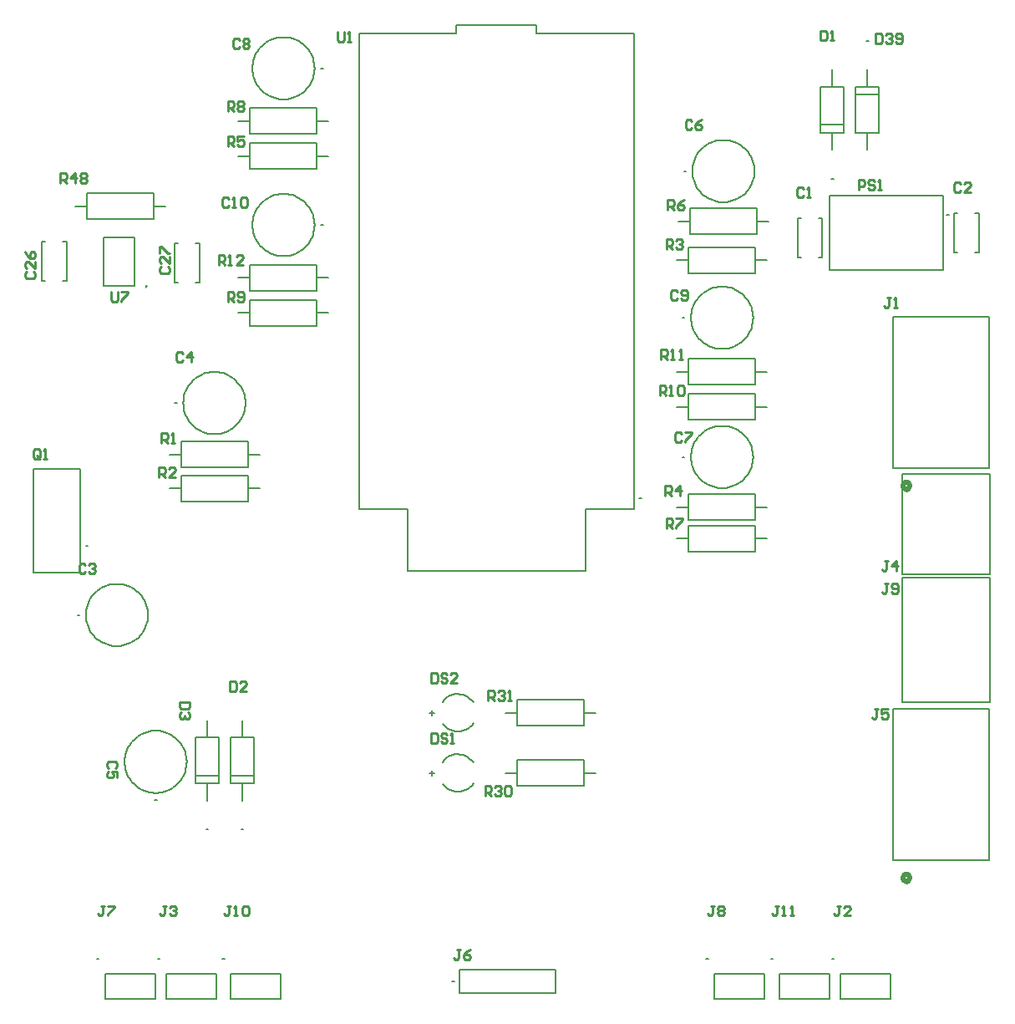
<source format=gto>
G04*
G04 #@! TF.GenerationSoftware,Altium Limited,Altium Designer,23.8.1 (32)*
G04*
G04 Layer_Color=65535*
%FSLAX25Y25*%
%MOIN*%
G70*
G04*
G04 #@! TF.SameCoordinates,C7E29C90-252A-4D1B-ADA4-5BBD7A111965*
G04*
G04*
G04 #@! TF.FilePolarity,Positive*
G04*
G01*
G75*
%ADD10C,0.00500*%
%ADD11C,0.00787*%
%ADD12C,0.02000*%
%ADD13C,0.00197*%
%ADD14C,0.00600*%
%ADD15C,0.01000*%
D10*
X219402Y459000D02*
X219361Y459998D01*
X219241Y460989D01*
X219041Y461968D01*
X218763Y462927D01*
X218409Y463861D01*
X217981Y464763D01*
X217482Y465628D01*
X216914Y466450D01*
X216283Y467224D01*
X215591Y467944D01*
X214843Y468606D01*
X214045Y469206D01*
X213201Y469740D01*
X212316Y470204D01*
X211398Y470596D01*
X210450Y470912D01*
X209481Y471151D01*
X208495Y471311D01*
X207499Y471391D01*
X206501D01*
X205505Y471311D01*
X204519Y471151D01*
X203550Y470912D01*
X202602Y470596D01*
X201683Y470204D01*
X200799Y469740D01*
X199955Y469206D01*
X199157Y468606D01*
X198409Y467944D01*
X197717Y467224D01*
X197086Y466450D01*
X196518Y465628D01*
X196019Y464763D01*
X195591Y463861D01*
X195237Y462927D01*
X194959Y461968D01*
X194759Y460989D01*
X194639Y459998D01*
X194598Y459000D01*
X194639Y458002D01*
X194759Y457011D01*
X194959Y456032D01*
X195237Y455073D01*
X195591Y454139D01*
X196019Y453237D01*
X196518Y452372D01*
X197086Y451550D01*
X197717Y450776D01*
X198409Y450056D01*
X199157Y449394D01*
X199955Y448794D01*
X200799Y448260D01*
X201683Y447796D01*
X202602Y447404D01*
X203550Y447088D01*
X204519Y446849D01*
X205505Y446689D01*
X206501Y446608D01*
X207499D01*
X208495Y446689D01*
X209481Y446849D01*
X210450Y447088D01*
X211398Y447404D01*
X212316Y447796D01*
X213201Y448260D01*
X214045Y448794D01*
X214843Y449394D01*
X215591Y450056D01*
X216283Y450776D01*
X216914Y451550D01*
X217482Y452372D01*
X217981Y453237D01*
X218409Y454139D01*
X218763Y455073D01*
X219041Y456032D01*
X219241Y457011D01*
X219361Y458002D01*
X219402Y459000D01*
X394402Y366500D02*
X394361Y367498D01*
X394241Y368489D01*
X394041Y369468D01*
X393763Y370427D01*
X393409Y371361D01*
X392981Y372263D01*
X392482Y373128D01*
X391914Y373950D01*
X391283Y374724D01*
X390591Y375444D01*
X389843Y376106D01*
X389045Y376706D01*
X388201Y377240D01*
X387316Y377704D01*
X386398Y378096D01*
X385450Y378412D01*
X384481Y378651D01*
X383495Y378811D01*
X382499Y378891D01*
X381501D01*
X380505Y378811D01*
X379519Y378651D01*
X378550Y378412D01*
X377602Y378096D01*
X376683Y377704D01*
X375799Y377240D01*
X374955Y376706D01*
X374157Y376106D01*
X373409Y375444D01*
X372717Y374724D01*
X372086Y373950D01*
X371518Y373128D01*
X371019Y372263D01*
X370591Y371361D01*
X370237Y370427D01*
X369959Y369468D01*
X369759Y368489D01*
X369639Y367498D01*
X369598Y366500D01*
X369639Y365502D01*
X369759Y364511D01*
X369959Y363532D01*
X370237Y362573D01*
X370591Y361639D01*
X371019Y360737D01*
X371518Y359872D01*
X372086Y359050D01*
X372717Y358276D01*
X373409Y357556D01*
X374157Y356894D01*
X374955Y356294D01*
X375799Y355760D01*
X376684Y355296D01*
X377602Y354904D01*
X378550Y354588D01*
X379519Y354349D01*
X380505Y354189D01*
X381501Y354109D01*
X382499D01*
X383495Y354189D01*
X384481Y354349D01*
X385450Y354588D01*
X386398Y354904D01*
X387316Y355296D01*
X388201Y355760D01*
X389045Y356294D01*
X389843Y356894D01*
X390591Y357556D01*
X391283Y358276D01*
X391914Y359050D01*
X392482Y359872D01*
X392981Y360737D01*
X393409Y361639D01*
X393763Y362573D01*
X394041Y363532D01*
X394241Y364511D01*
X394361Y365502D01*
X394402Y366500D01*
X168402Y244921D02*
X168361Y245919D01*
X168241Y246911D01*
X168041Y247889D01*
X167763Y248848D01*
X167409Y249782D01*
X166981Y250685D01*
X166482Y251550D01*
X165914Y252371D01*
X165283Y253145D01*
X164591Y253865D01*
X163843Y254528D01*
X163045Y255128D01*
X162201Y255661D01*
X161317Y256125D01*
X160398Y256517D01*
X159450Y256833D01*
X158481Y257072D01*
X157495Y257232D01*
X156499Y257313D01*
X155501D01*
X154505Y257232D01*
X153519Y257072D01*
X152550Y256833D01*
X151602Y256517D01*
X150683Y256125D01*
X149799Y255661D01*
X148955Y255128D01*
X148157Y254528D01*
X147409Y253865D01*
X146717Y253145D01*
X146086Y252371D01*
X145518Y251550D01*
X145019Y250684D01*
X144591Y249782D01*
X144237Y248848D01*
X143959Y247889D01*
X143759Y246911D01*
X143639Y245919D01*
X143598Y244921D01*
X143639Y243923D01*
X143759Y242932D01*
X143959Y241953D01*
X144237Y240994D01*
X144591Y240060D01*
X145019Y239158D01*
X145518Y238293D01*
X146086Y237471D01*
X146717Y236698D01*
X147409Y235977D01*
X148157Y235315D01*
X148955Y234715D01*
X149799Y234181D01*
X150683Y233717D01*
X151602Y233326D01*
X152550Y233009D01*
X153519Y232770D01*
X154505Y232610D01*
X155501Y232530D01*
X156499D01*
X157495Y232610D01*
X158481Y232770D01*
X159450Y233009D01*
X160398Y233326D01*
X161317Y233717D01*
X162201Y234181D01*
X163045Y234715D01*
X163843Y235315D01*
X164591Y235977D01*
X165283Y236698D01*
X165914Y237471D01*
X166482Y238293D01*
X166981Y239158D01*
X167409Y240060D01*
X167763Y240994D01*
X168041Y241953D01*
X168241Y242932D01*
X168361Y243923D01*
X168402Y244921D01*
X394402Y422000D02*
X394361Y422998D01*
X394241Y423989D01*
X394041Y424968D01*
X393763Y425927D01*
X393409Y426861D01*
X392981Y427763D01*
X392482Y428628D01*
X391914Y429450D01*
X391283Y430224D01*
X390591Y430944D01*
X389843Y431606D01*
X389045Y432206D01*
X388201Y432740D01*
X387316Y433204D01*
X386398Y433596D01*
X385450Y433912D01*
X384481Y434151D01*
X383495Y434311D01*
X382499Y434391D01*
X381501D01*
X380505Y434311D01*
X379519Y434151D01*
X378550Y433912D01*
X377602Y433596D01*
X376683Y433204D01*
X375799Y432740D01*
X374955Y432206D01*
X374157Y431606D01*
X373409Y430944D01*
X372717Y430224D01*
X372086Y429450D01*
X371518Y428628D01*
X371019Y427763D01*
X370591Y426861D01*
X370237Y425927D01*
X369959Y424968D01*
X369759Y423989D01*
X369639Y422998D01*
X369598Y422000D01*
X369639Y421002D01*
X369759Y420011D01*
X369959Y419032D01*
X370237Y418073D01*
X370591Y417139D01*
X371019Y416237D01*
X371518Y415372D01*
X372086Y414550D01*
X372717Y413776D01*
X373409Y413056D01*
X374157Y412394D01*
X374955Y411794D01*
X375799Y411260D01*
X376684Y410796D01*
X377602Y410404D01*
X378550Y410088D01*
X379519Y409849D01*
X380505Y409689D01*
X381501Y409609D01*
X382499D01*
X383495Y409689D01*
X384481Y409849D01*
X385450Y410088D01*
X386398Y410404D01*
X387316Y410796D01*
X388201Y411260D01*
X389045Y411794D01*
X389843Y412394D01*
X390591Y413056D01*
X391283Y413776D01*
X391914Y414550D01*
X392482Y415372D01*
X392981Y416237D01*
X393409Y417139D01*
X393763Y418073D01*
X394041Y419032D01*
X394241Y420011D01*
X394361Y421002D01*
X394402Y422000D01*
X219402Y521500D02*
X219361Y522498D01*
X219241Y523489D01*
X219041Y524468D01*
X218763Y525427D01*
X218409Y526361D01*
X217981Y527263D01*
X217482Y528128D01*
X216914Y528950D01*
X216283Y529724D01*
X215591Y530444D01*
X214843Y531106D01*
X214045Y531706D01*
X213201Y532240D01*
X212316Y532704D01*
X211398Y533096D01*
X210450Y533412D01*
X209481Y533651D01*
X208495Y533811D01*
X207499Y533891D01*
X206501D01*
X205505Y533811D01*
X204519Y533651D01*
X203550Y533412D01*
X202602Y533096D01*
X201683Y532704D01*
X200799Y532240D01*
X199955Y531706D01*
X199157Y531106D01*
X198409Y530444D01*
X197717Y529724D01*
X197086Y528950D01*
X196518Y528128D01*
X196019Y527263D01*
X195591Y526361D01*
X195237Y525427D01*
X194959Y524468D01*
X194759Y523489D01*
X194639Y522498D01*
X194598Y521500D01*
X194639Y520502D01*
X194759Y519511D01*
X194959Y518532D01*
X195237Y517573D01*
X195591Y516639D01*
X196019Y515737D01*
X196518Y514872D01*
X197086Y514050D01*
X197717Y513276D01*
X198409Y512556D01*
X199157Y511894D01*
X199955Y511294D01*
X200799Y510760D01*
X201683Y510296D01*
X202602Y509904D01*
X203550Y509588D01*
X204519Y509349D01*
X205505Y509189D01*
X206501Y509108D01*
X207499D01*
X208495Y509189D01*
X209481Y509349D01*
X210450Y509588D01*
X211398Y509904D01*
X212316Y510296D01*
X213201Y510760D01*
X214045Y511294D01*
X214843Y511894D01*
X215591Y512556D01*
X216283Y513276D01*
X216914Y514050D01*
X217482Y514872D01*
X217981Y515737D01*
X218409Y516639D01*
X218763Y517573D01*
X219041Y518532D01*
X219241Y519511D01*
X219361Y520502D01*
X219402Y521500D01*
X394902Y480500D02*
X394861Y481498D01*
X394741Y482489D01*
X394541Y483468D01*
X394263Y484427D01*
X393909Y485361D01*
X393481Y486263D01*
X392982Y487128D01*
X392414Y487950D01*
X391783Y488724D01*
X391091Y489444D01*
X390343Y490106D01*
X389545Y490706D01*
X388701Y491240D01*
X387817Y491704D01*
X386898Y492096D01*
X385950Y492412D01*
X384981Y492651D01*
X383995Y492811D01*
X382999Y492892D01*
X382001D01*
X381005Y492811D01*
X380019Y492651D01*
X379050Y492412D01*
X378102Y492096D01*
X377184Y491704D01*
X376299Y491240D01*
X375455Y490706D01*
X374657Y490106D01*
X373909Y489444D01*
X373217Y488724D01*
X372586Y487950D01*
X372018Y487128D01*
X371519Y486263D01*
X371091Y485361D01*
X370737Y484427D01*
X370459Y483468D01*
X370259Y482489D01*
X370139Y481498D01*
X370098Y480500D01*
X370139Y479502D01*
X370259Y478511D01*
X370459Y477532D01*
X370737Y476573D01*
X371091Y475639D01*
X371519Y474737D01*
X372018Y473872D01*
X372586Y473050D01*
X373217Y472276D01*
X373909Y471556D01*
X374657Y470894D01*
X375455Y470294D01*
X376299Y469760D01*
X377184Y469296D01*
X378102Y468904D01*
X379050Y468588D01*
X380019Y468349D01*
X381005Y468189D01*
X382001Y468109D01*
X382999D01*
X383995Y468189D01*
X384981Y468349D01*
X385950Y468588D01*
X386898Y468904D01*
X387817Y469296D01*
X388701Y469760D01*
X389545Y470294D01*
X390343Y470894D01*
X391091Y471556D01*
X391783Y472276D01*
X392414Y473050D01*
X392982Y473872D01*
X393481Y474737D01*
X393909Y475639D01*
X394263Y476573D01*
X394541Y477532D01*
X394741Y478511D01*
X394861Y479502D01*
X394902Y480500D01*
X191823Y388000D02*
X191783Y388998D01*
X191662Y389989D01*
X191463Y390968D01*
X191185Y391927D01*
X190830Y392861D01*
X190402Y393763D01*
X189903Y394628D01*
X189336Y395450D01*
X188704Y396224D01*
X188012Y396944D01*
X187265Y397606D01*
X186466Y398206D01*
X185622Y398740D01*
X184738Y399204D01*
X183819Y399596D01*
X182872Y399912D01*
X181902Y400151D01*
X180916Y400311D01*
X179921Y400391D01*
X178922D01*
X177926Y400311D01*
X176941Y400151D01*
X175971Y399912D01*
X175024Y399596D01*
X174105Y399204D01*
X173221Y398740D01*
X172376Y398206D01*
X171578Y397606D01*
X170830Y396944D01*
X170139Y396224D01*
X169507Y395450D01*
X168940Y394628D01*
X168440Y393763D01*
X168012Y392861D01*
X167658Y391927D01*
X167380Y390968D01*
X167180Y389989D01*
X167060Y388998D01*
X167020Y388000D01*
X167060Y387002D01*
X167180Y386011D01*
X167380Y385032D01*
X167658Y384073D01*
X168012Y383139D01*
X168440Y382237D01*
X168940Y381372D01*
X169507Y380550D01*
X170139Y379776D01*
X170830Y379056D01*
X171578Y378394D01*
X172376Y377794D01*
X173221Y377260D01*
X174105Y376796D01*
X175024Y376404D01*
X175971Y376088D01*
X176941Y375849D01*
X177926Y375689D01*
X178922Y375608D01*
X179921D01*
X180916Y375689D01*
X181902Y375849D01*
X182872Y376088D01*
X183819Y376404D01*
X184738Y376796D01*
X185622Y377260D01*
X186466Y377794D01*
X187265Y378394D01*
X188012Y379056D01*
X188704Y379776D01*
X189336Y380550D01*
X189903Y381372D01*
X190402Y382237D01*
X190831Y383139D01*
X191185Y384073D01*
X191463Y385032D01*
X191662Y386011D01*
X191783Y387002D01*
X191823Y388000D01*
X152902Y303500D02*
X152861Y304498D01*
X152741Y305489D01*
X152541Y306468D01*
X152263Y307427D01*
X151909Y308361D01*
X151481Y309263D01*
X150982Y310128D01*
X150414Y310950D01*
X149783Y311724D01*
X149091Y312444D01*
X148343Y313106D01*
X147545Y313706D01*
X146701Y314240D01*
X145817Y314704D01*
X144898Y315096D01*
X143950Y315412D01*
X142981Y315651D01*
X141995Y315811D01*
X140999Y315892D01*
X140001D01*
X139005Y315811D01*
X138019Y315651D01*
X137050Y315412D01*
X136102Y315096D01*
X135184Y314704D01*
X134299Y314240D01*
X133455Y313706D01*
X132657Y313106D01*
X131909Y312444D01*
X131217Y311724D01*
X130586Y310950D01*
X130018Y310128D01*
X129519Y309263D01*
X129091Y308361D01*
X128737Y307427D01*
X128459Y306468D01*
X128259Y305489D01*
X128139Y304498D01*
X128098Y303500D01*
X128139Y302502D01*
X128259Y301511D01*
X128459Y300532D01*
X128737Y299573D01*
X129091Y298639D01*
X129519Y297737D01*
X130018Y296872D01*
X130586Y296050D01*
X131217Y295276D01*
X131909Y294556D01*
X132657Y293894D01*
X133455Y293294D01*
X134299Y292760D01*
X135184Y292296D01*
X136102Y291904D01*
X137050Y291588D01*
X138019Y291349D01*
X139005Y291189D01*
X140001Y291108D01*
X140999D01*
X141995Y291189D01*
X142981Y291349D01*
X143950Y291588D01*
X144898Y291904D01*
X145817Y292296D01*
X146701Y292760D01*
X147545Y293294D01*
X148343Y293894D01*
X149091Y294556D01*
X149783Y295276D01*
X150414Y296050D01*
X150982Y296872D01*
X151481Y297737D01*
X151909Y298639D01*
X152263Y299573D01*
X152541Y300532D01*
X152741Y301511D01*
X152861Y302502D01*
X152902Y303500D01*
X192886Y362382D02*
Y367500D01*
Y372618D01*
X166114D02*
X192886D01*
X166114Y367500D02*
Y372618D01*
Y362382D02*
Y367500D01*
Y362382D02*
X192886D01*
Y367500D02*
X197532D01*
X161469D02*
X166114D01*
Y354000D02*
Y359118D01*
Y348882D02*
Y354000D01*
Y348882D02*
X192886D01*
Y354000D01*
Y359118D01*
X166114D02*
X192886D01*
X161469Y354000D02*
X166114D01*
X192886D02*
X197532D01*
X395386Y328882D02*
Y334000D01*
Y339118D01*
X368614D02*
X395386D01*
X368614Y334000D02*
Y339118D01*
Y328882D02*
Y334000D01*
Y328882D02*
X395386D01*
Y334000D02*
X400032D01*
X363969D02*
X368614D01*
Y346500D02*
Y351618D01*
Y341382D02*
Y346500D01*
Y341382D02*
X395386D01*
Y346500D01*
Y351618D01*
X368614D02*
X395386D01*
X363969Y346500D02*
X368614D01*
X395386D02*
X400032D01*
X163579Y436126D02*
Y451874D01*
X173421Y436126D02*
Y451874D01*
X163579D02*
X164976D01*
X163579Y436126D02*
X164976D01*
X172024Y451874D02*
X173421D01*
X172024Y436126D02*
X173421D01*
X110579Y436783D02*
Y452532D01*
X120421Y436783D02*
Y452532D01*
X110579D02*
X111976D01*
X110579Y436783D02*
X111976D01*
X119024Y452532D02*
X120421D01*
X119024Y436783D02*
X120421D01*
X300268Y240500D02*
Y245618D01*
Y235382D02*
Y240500D01*
Y235382D02*
X327039D01*
Y240500D01*
Y245618D01*
X300268D02*
X327039D01*
X295622Y240500D02*
X300268D01*
X327039D02*
X331685D01*
X300268Y264500D02*
Y269618D01*
Y259382D02*
Y264500D01*
Y259382D02*
X327039D01*
Y264500D01*
Y269618D01*
X300268D02*
X327039D01*
X295622Y264500D02*
X300268D01*
X327039D02*
X331685D01*
X424862Y441138D02*
X470138D01*
X424862D02*
Y470862D01*
X470138D01*
Y441138D02*
Y470862D01*
X440000Y514114D02*
Y521004D01*
Y488996D02*
Y495886D01*
X444675D02*
Y514114D01*
X440000Y495886D02*
X444675D01*
X435325D02*
X440000D01*
X435325D02*
Y514114D01*
X440000D01*
X444675D01*
X435500Y511000D02*
X444500D01*
X176500Y229496D02*
Y236386D01*
Y254614D02*
Y261504D01*
X171825Y236386D02*
Y254614D01*
X176500D01*
X181175D01*
Y236386D02*
Y254614D01*
X176500Y236386D02*
X181175D01*
X171825D02*
X176500D01*
X172000Y239500D02*
X181000D01*
X395886Y455382D02*
Y460500D01*
Y465618D01*
X369114D02*
X395886D01*
X369114Y460500D02*
Y465618D01*
Y455382D02*
Y460500D01*
Y455382D02*
X395886D01*
Y460500D02*
X400532D01*
X364469D02*
X369114D01*
X368614Y445000D02*
Y450118D01*
Y439882D02*
Y445000D01*
Y439882D02*
X395386D01*
Y445000D01*
Y450118D01*
X368614D02*
X395386D01*
X363969Y445000D02*
X368614D01*
X395386D02*
X400032D01*
X395386Y395382D02*
Y400500D01*
Y405618D01*
X368614D02*
X395386D01*
X368614Y400500D02*
Y405618D01*
Y395382D02*
Y400500D01*
Y395382D02*
X395386D01*
Y400500D02*
X400032D01*
X363969D02*
X368614D01*
X395386Y381382D02*
Y386500D01*
Y391618D01*
X368614D02*
X395386D01*
X368614Y386500D02*
Y391618D01*
Y381382D02*
Y386500D01*
Y381382D02*
X395386D01*
Y386500D02*
X400032D01*
X363969D02*
X368614D01*
X193614Y424000D02*
Y429118D01*
Y418882D02*
Y424000D01*
Y418882D02*
X220386D01*
Y424000D01*
Y429118D01*
X193614D02*
X220386D01*
X188969Y424000D02*
X193614D01*
X220386D02*
X225032D01*
X193614Y438000D02*
Y443118D01*
Y432882D02*
Y438000D01*
Y432882D02*
X220386D01*
Y438000D01*
Y443118D01*
X193614D02*
X220386D01*
X188969Y438000D02*
X193614D01*
X220386D02*
X225032D01*
X193614Y500500D02*
Y505618D01*
Y495382D02*
Y500500D01*
Y495382D02*
X220386D01*
Y500500D01*
Y505618D01*
X193614D02*
X220386D01*
X188969Y500500D02*
X193614D01*
X220386D02*
X225032D01*
X220386Y481382D02*
Y486500D01*
Y491618D01*
X193614D02*
X220386D01*
X193614Y486500D02*
Y491618D01*
Y481382D02*
Y486500D01*
Y481382D02*
X220386D01*
Y486500D02*
X225032D01*
X188969D02*
X193614D01*
X346921Y345579D02*
Y535343D01*
X237079Y345579D02*
Y535343D01*
Y345579D02*
X256567D01*
X327433D02*
X346921D01*
X327433Y321169D02*
Y345579D01*
X256567Y321169D02*
X327433D01*
X256567D02*
Y345579D01*
X308024Y535343D02*
X346921D01*
X308024D02*
Y538886D01*
X276016D02*
X308024D01*
X276016Y535343D02*
Y538886D01*
X237079Y535343D02*
X276016D01*
X426000Y488996D02*
Y495886D01*
Y514114D02*
Y521004D01*
X421325Y495886D02*
Y514114D01*
X426000D01*
X430675D01*
Y495886D02*
Y514114D01*
X426000Y495886D02*
X430675D01*
X421325D02*
X426000D01*
X421500Y499000D02*
X430500D01*
X412079Y445969D02*
Y461717D01*
X421921Y445969D02*
Y461717D01*
X412079D02*
X413476D01*
X412079Y445969D02*
X413476D01*
X420524Y461717D02*
X421921D01*
X420524Y445969D02*
X421921D01*
X474579Y448126D02*
Y463874D01*
X484421Y448126D02*
Y463874D01*
X474579D02*
X475976D01*
X474579Y448126D02*
X475976D01*
X483024Y463874D02*
X484421D01*
X483024Y448126D02*
X484421D01*
X107240Y320252D02*
X125744D01*
Y361748D01*
X107240D02*
X125744D01*
X107240Y320252D02*
Y361748D01*
X190500Y229496D02*
Y236386D01*
Y254614D02*
Y261504D01*
X185825Y236386D02*
Y254614D01*
X190500D01*
X195175D01*
Y236386D02*
Y254614D01*
X190500Y236386D02*
X195175D01*
X185825D02*
X190500D01*
X186000Y239500D02*
X195000D01*
X277287Y152894D02*
Y162106D01*
X315713Y152894D02*
Y162106D01*
X277287D02*
X315713D01*
X277287Y152894D02*
X315713D01*
X128614Y466500D02*
Y471618D01*
Y461382D02*
Y466500D01*
Y461382D02*
X155386D01*
Y466500D01*
Y471618D01*
X128614D02*
X155386D01*
X123969Y466500D02*
X128614D01*
X155386D02*
X160032D01*
D11*
X222748Y459000D02*
X221961D01*
X222748D01*
X367039Y366500D02*
X366252D01*
X367039D01*
X472500Y462988D02*
X471713D01*
X472500D01*
X440394Y532461D02*
X439606D01*
X440394D01*
X156394Y229567D02*
X155606D01*
X156394D01*
X176894Y218039D02*
X176106D01*
X176894D01*
X367039Y422000D02*
X366252D01*
X367039D01*
X222748Y521500D02*
X221961D01*
X222748D01*
X349756Y350028D02*
X348969D01*
X349756D01*
X376441Y166500D02*
X375654D01*
X376441D01*
X402189D02*
X401402D01*
X402189D01*
X426693D02*
X425906D01*
X426693D01*
X157693D02*
X156905D01*
X157693D01*
X133189D02*
X132402D01*
X133189D01*
X183441D02*
X182653D01*
X183441D01*
X367539Y480500D02*
X366752D01*
X367539D01*
X426394Y477539D02*
X425606D01*
X426394D01*
X128894Y331000D02*
X128106D01*
X128894D01*
X164461Y388000D02*
X163673D01*
X164461D01*
X125539Y303500D02*
X124752D01*
X125539D01*
X190894Y218039D02*
X190106D01*
X190894D01*
X282720Y268656D02*
X282088Y269473D01*
X281349Y270196D01*
X280518Y270809D01*
X279611Y271303D01*
X278644Y271667D01*
X277636Y271894D01*
X276606Y271980D01*
X275575Y271923D01*
X274561Y271725D01*
X273584Y271389D01*
X272663Y270921D01*
X271815Y270331D01*
X271056Y269630D01*
X270401Y268831D01*
Y260169D02*
X271056Y259370D01*
X271815Y258669D01*
X272663Y258079D01*
X273584Y257611D01*
X274561Y257275D01*
X275575Y257077D01*
X276606Y257020D01*
X277636Y257106D01*
X278644Y257333D01*
X279611Y257697D01*
X280518Y258191D01*
X281349Y258804D01*
X282088Y259527D01*
X282720Y260344D01*
Y244656D02*
X282088Y245473D01*
X281349Y246196D01*
X280518Y246809D01*
X279611Y247303D01*
X278644Y247667D01*
X277636Y247894D01*
X276606Y247980D01*
X275575Y247923D01*
X274561Y247725D01*
X273584Y247389D01*
X272663Y246921D01*
X271815Y246331D01*
X271056Y245630D01*
X270401Y244831D01*
Y236169D02*
X271056Y235370D01*
X271815Y234669D01*
X272663Y234079D01*
X273584Y233611D01*
X274561Y233275D01*
X275575Y233077D01*
X276606Y233020D01*
X277636Y233106D01*
X278644Y233333D01*
X279611Y233697D01*
X280518Y234191D01*
X281349Y234804D01*
X282088Y235527D01*
X282720Y236344D01*
X275122Y157500D02*
X274335D01*
X275122D01*
X135299Y434854D02*
X147701D01*
X135299D02*
Y454146D01*
X147701D01*
Y434854D02*
Y454146D01*
X379000Y150516D02*
X399000D01*
X379000D02*
Y160516D01*
X399000Y150516D02*
Y160516D01*
X379000D02*
X399000D01*
X404748Y150516D02*
X424748D01*
X404748D02*
Y160516D01*
X424748Y150516D02*
Y160516D01*
X404748D02*
X424748D01*
X429252Y150516D02*
X449252D01*
X429252D02*
Y160516D01*
X449252Y150516D02*
Y160516D01*
X429252D02*
X449252D01*
X160252Y150516D02*
X180252D01*
X160252D02*
Y160516D01*
X180252Y150516D02*
Y160516D01*
X160252D02*
X180252D01*
X135748Y150516D02*
X155748D01*
X135748D02*
Y160516D01*
X155748Y150516D02*
Y160516D01*
X135748D02*
X155748D01*
X186000Y150516D02*
X206000D01*
X186000D02*
Y160516D01*
X206000Y150516D02*
Y160516D01*
X186000D02*
X206000D01*
X265201Y264500D02*
X267169D01*
X266185Y263516D02*
Y265484D01*
X265201Y240500D02*
X267169D01*
X266185Y239516D02*
Y241484D01*
D12*
X457000Y198631D02*
X456649Y199595D01*
X455760Y200108D01*
X454750Y199930D01*
X454090Y199144D01*
Y198118D01*
X454750Y197332D01*
X455760Y197153D01*
X456649Y197667D01*
X457000Y198631D01*
Y354969D02*
X456649Y355933D01*
X455760Y356447D01*
X454750Y356268D01*
X454090Y355482D01*
Y354456D01*
X454750Y353670D01*
X455760Y353492D01*
X456649Y354005D01*
X457000Y354969D01*
D13*
X152687Y434657D02*
X151851Y435140D01*
Y434175D01*
X152687Y434657D01*
D14*
X453902Y319870D02*
X488949D01*
X453902Y359816D02*
X488949D01*
X453902Y319871D02*
Y359816D01*
X488949Y319871D02*
Y359816D01*
X488676Y205631D02*
Y266031D01*
X450276D02*
X488676D01*
X450276Y205631D02*
Y266031D01*
Y205631D02*
X488676D01*
X453902Y268618D02*
X488949D01*
X453902D02*
Y318315D01*
X488949Y268618D02*
Y318315D01*
X453902D02*
X488949D01*
X488676Y361969D02*
Y422369D01*
X450276D02*
X488676D01*
X450276Y361969D02*
Y422369D01*
Y361969D02*
X488676D01*
D15*
X404624Y187536D02*
X403312D01*
X403968D01*
Y184256D01*
X403312Y183600D01*
X402656D01*
X402000Y184256D01*
X405936Y183600D02*
X407248D01*
X406592D01*
Y187536D01*
X405936Y186880D01*
X409215Y183600D02*
X410527D01*
X409871D01*
Y187536D01*
X409215Y186880D01*
X185924Y187536D02*
X184612D01*
X185268D01*
Y184256D01*
X184612Y183600D01*
X183956D01*
X183300Y184256D01*
X187236Y183600D02*
X188548D01*
X187892D01*
Y187536D01*
X187236Y186880D01*
X190515D02*
X191172Y187536D01*
X192483D01*
X193139Y186880D01*
Y184256D01*
X192483Y183600D01*
X191172D01*
X190515Y184256D01*
Y186880D01*
X378924Y187536D02*
X377612D01*
X378268D01*
Y184256D01*
X377612Y183600D01*
X376956D01*
X376300Y184256D01*
X380236Y186880D02*
X380892Y187536D01*
X382204D01*
X382860Y186880D01*
Y186224D01*
X382204Y185568D01*
X382860Y184912D01*
Y184256D01*
X382204Y183600D01*
X380892D01*
X380236Y184256D01*
Y184912D01*
X380892Y185568D01*
X380236Y186224D01*
Y186880D01*
X380892Y185568D02*
X382204D01*
X135624Y187536D02*
X134312D01*
X134968D01*
Y184256D01*
X134312Y183600D01*
X133656D01*
X133000Y184256D01*
X136936Y187536D02*
X139560D01*
Y186880D01*
X136936Y184256D01*
Y183600D01*
X160124Y187536D02*
X158812D01*
X159468D01*
Y184256D01*
X158812Y183600D01*
X158156D01*
X157500Y184256D01*
X161436Y186880D02*
X162092Y187536D01*
X163404D01*
X164060Y186880D01*
Y186224D01*
X163404Y185568D01*
X162748D01*
X163404D01*
X164060Y184912D01*
Y184256D01*
X163404Y183600D01*
X162092D01*
X161436Y184256D01*
X429124Y187536D02*
X427812D01*
X428468D01*
Y184256D01*
X427812Y183600D01*
X427156D01*
X426500Y184256D01*
X433060Y183600D02*
X430436D01*
X433060Y186224D01*
Y186880D01*
X432404Y187536D01*
X431092D01*
X430436Y186880D01*
X138220Y432468D02*
Y429188D01*
X138876Y428532D01*
X140188D01*
X140844Y429188D01*
Y432468D01*
X142156D02*
X144780D01*
Y431812D01*
X142156Y429188D01*
Y428532D01*
X228494Y535928D02*
Y532649D01*
X229150Y531993D01*
X230462D01*
X231118Y532649D01*
Y535928D01*
X232430Y531993D02*
X233742D01*
X233086D01*
Y535928D01*
X232430Y535273D01*
X117900Y475700D02*
Y479636D01*
X119868D01*
X120524Y478980D01*
Y477668D01*
X119868Y477012D01*
X117900D01*
X119212D02*
X120524Y475700D01*
X123804D02*
Y479636D01*
X121836Y477668D01*
X124460D01*
X125771Y478980D02*
X126427Y479636D01*
X127739D01*
X128395Y478980D01*
Y478324D01*
X127739Y477668D01*
X128395Y477012D01*
Y476356D01*
X127739Y475700D01*
X126427D01*
X125771Y476356D01*
Y477012D01*
X126427Y477668D01*
X125771Y478324D01*
Y478980D01*
X126427Y477668D02*
X127739D01*
X288562Y269532D02*
Y273468D01*
X290530D01*
X291186Y272812D01*
Y271500D01*
X290530Y270844D01*
X288562D01*
X289874D02*
X291186Y269532D01*
X292498Y272812D02*
X293154Y273468D01*
X294465D01*
X295121Y272812D01*
Y272156D01*
X294465Y271500D01*
X293810D01*
X294465D01*
X295121Y270844D01*
Y270188D01*
X294465Y269532D01*
X293154D01*
X292498Y270188D01*
X296433Y269532D02*
X297745D01*
X297089D01*
Y273468D01*
X296433Y272812D01*
X287406Y231532D02*
Y235468D01*
X289374D01*
X290030Y234812D01*
Y233500D01*
X289374Y232844D01*
X287406D01*
X288718D02*
X290030Y231532D01*
X291342Y234812D02*
X291998Y235468D01*
X293309D01*
X293966Y234812D01*
Y234156D01*
X293309Y233500D01*
X292653D01*
X293309D01*
X293966Y232844D01*
Y232188D01*
X293309Y231532D01*
X291998D01*
X291342Y232188D01*
X295277Y234812D02*
X295933Y235468D01*
X297245D01*
X297901Y234812D01*
Y232188D01*
X297245Y231532D01*
X295933D01*
X295277Y232188D01*
Y234812D01*
X181080Y443032D02*
Y446968D01*
X183048D01*
X183704Y446312D01*
Y445000D01*
X183048Y444344D01*
X181080D01*
X182392D02*
X183704Y443032D01*
X185016D02*
X186328D01*
X185672D01*
Y446968D01*
X185016Y446312D01*
X190920Y443032D02*
X188296D01*
X190920Y445656D01*
Y446312D01*
X190264Y446968D01*
X188952D01*
X188296Y446312D01*
X357658Y405532D02*
Y409468D01*
X359625D01*
X360281Y408812D01*
Y407500D01*
X359625Y406844D01*
X357658D01*
X358969D02*
X360281Y405532D01*
X361593D02*
X362905D01*
X362249D01*
Y409468D01*
X361593Y408812D01*
X364873Y405532D02*
X366185D01*
X365529D01*
Y409468D01*
X364873Y408812D01*
X357080Y391032D02*
Y394968D01*
X359048D01*
X359704Y394312D01*
Y393000D01*
X359048Y392344D01*
X357080D01*
X358392D02*
X359704Y391032D01*
X361016D02*
X362328D01*
X361672D01*
Y394968D01*
X361016Y394312D01*
X364296D02*
X364952Y394968D01*
X366264D01*
X366920Y394312D01*
Y391688D01*
X366264Y391032D01*
X364952D01*
X364296Y391688D01*
Y394312D01*
X184720Y428532D02*
Y432468D01*
X186688D01*
X187344Y431812D01*
Y430500D01*
X186688Y429844D01*
X184720D01*
X186032D02*
X187344Y428532D01*
X188656Y429188D02*
X189312Y428532D01*
X190624D01*
X191280Y429188D01*
Y431812D01*
X190624Y432468D01*
X189312D01*
X188656Y431812D01*
Y431156D01*
X189312Y430500D01*
X191280D01*
X184720Y504532D02*
Y508468D01*
X186688D01*
X187344Y507812D01*
Y506500D01*
X186688Y505844D01*
X184720D01*
X186032D02*
X187344Y504532D01*
X188656Y507812D02*
X189312Y508468D01*
X190624D01*
X191280Y507812D01*
Y507156D01*
X190624Y506500D01*
X191280Y505844D01*
Y505188D01*
X190624Y504532D01*
X189312D01*
X188656Y505188D01*
Y505844D01*
X189312Y506500D01*
X188656Y507156D01*
Y507812D01*
X189312Y506500D02*
X190624D01*
X359720Y338032D02*
Y341968D01*
X361688D01*
X362344Y341312D01*
Y340000D01*
X361688Y339344D01*
X359720D01*
X361032D02*
X362344Y338032D01*
X363656Y341968D02*
X366280D01*
Y341312D01*
X363656Y338688D01*
Y338032D01*
X360220Y465032D02*
Y468968D01*
X362188D01*
X362844Y468312D01*
Y467000D01*
X362188Y466344D01*
X360220D01*
X361532D02*
X362844Y465032D01*
X366780Y468968D02*
X365468Y468312D01*
X364156Y467000D01*
Y465688D01*
X364812Y465032D01*
X366124D01*
X366780Y465688D01*
Y466344D01*
X366124Y467000D01*
X364156D01*
X184720Y490532D02*
Y494468D01*
X186688D01*
X187344Y493812D01*
Y492500D01*
X186688Y491844D01*
X184720D01*
X186032D02*
X187344Y490532D01*
X191280Y494468D02*
X188656D01*
Y492500D01*
X189968Y493156D01*
X190624D01*
X191280Y492500D01*
Y491188D01*
X190624Y490532D01*
X189312D01*
X188656Y491188D01*
X359220Y351032D02*
Y354968D01*
X361188D01*
X361844Y354312D01*
Y353000D01*
X361188Y352344D01*
X359220D01*
X360532D02*
X361844Y351032D01*
X365124D02*
Y354968D01*
X363156Y353000D01*
X365780D01*
X359720Y449532D02*
Y453468D01*
X361688D01*
X362344Y452812D01*
Y451500D01*
X361688Y450844D01*
X359720D01*
X361032D02*
X362344Y449532D01*
X363656Y452812D02*
X364312Y453468D01*
X365624D01*
X366280Y452812D01*
Y452156D01*
X365624Y451500D01*
X364968D01*
X365624D01*
X366280Y450844D01*
Y450188D01*
X365624Y449532D01*
X364312D01*
X363656Y450188D01*
X157220Y358532D02*
Y362468D01*
X159188D01*
X159844Y361812D01*
Y360500D01*
X159188Y359844D01*
X157220D01*
X158532D02*
X159844Y358532D01*
X163780D02*
X161156D01*
X163780Y361156D01*
Y361812D01*
X163124Y362468D01*
X161812D01*
X161156Y361812D01*
X158376Y372032D02*
Y375968D01*
X160344D01*
X161000Y375312D01*
Y374000D01*
X160344Y373344D01*
X158376D01*
X159688D02*
X161000Y372032D01*
X162312D02*
X163624D01*
X162968D01*
Y375968D01*
X162312Y375312D01*
X109824Y366456D02*
Y369080D01*
X109168Y369736D01*
X107856D01*
X107200Y369080D01*
Y366456D01*
X107856Y365800D01*
X109168D01*
X108512Y367112D02*
X109824Y365800D01*
X109168D02*
X109824Y366456D01*
X111136Y365800D02*
X112448D01*
X111792D01*
Y369736D01*
X111136Y369080D01*
X436408Y473020D02*
Y476956D01*
X438376D01*
X439032Y476300D01*
Y474988D01*
X438376Y474332D01*
X436408D01*
X442968Y476300D02*
X442312Y476956D01*
X441000D01*
X440344Y476300D01*
Y475644D01*
X441000Y474988D01*
X442312D01*
X442968Y474332D01*
Y473676D01*
X442312Y473020D01*
X441000D01*
X440344Y473676D01*
X444280Y473020D02*
X445592D01*
X444936D01*
Y476956D01*
X444280Y476300D01*
X448344Y315968D02*
X447032D01*
X447688D01*
Y312688D01*
X447032Y312032D01*
X446376D01*
X445720Y312688D01*
X449656D02*
X450312Y312032D01*
X451624D01*
X452280Y312688D01*
Y315312D01*
X451624Y315968D01*
X450312D01*
X449656Y315312D01*
Y314656D01*
X450312Y314000D01*
X452280D01*
X277524Y170136D02*
X276212D01*
X276868D01*
Y166856D01*
X276212Y166200D01*
X275556D01*
X274900Y166856D01*
X281460Y170136D02*
X280148Y169480D01*
X278836Y168168D01*
Y166856D01*
X279492Y166200D01*
X280804D01*
X281460Y166856D01*
Y167512D01*
X280804Y168168D01*
X278836D01*
X444344Y265909D02*
X443032D01*
X443688D01*
Y262629D01*
X443032Y261973D01*
X442376D01*
X441720Y262629D01*
X448280Y265909D02*
X445656D01*
Y263941D01*
X446968Y264597D01*
X447624D01*
X448280Y263941D01*
Y262629D01*
X447624Y261973D01*
X446312D01*
X445656Y262629D01*
X448344Y324968D02*
X447032D01*
X447688D01*
Y321688D01*
X447032Y321032D01*
X446376D01*
X445720Y321688D01*
X451624Y321032D02*
Y324968D01*
X449656Y323000D01*
X452280D01*
X449124Y430136D02*
X447812D01*
X448468D01*
Y426856D01*
X447812Y426200D01*
X447156D01*
X446500Y426856D01*
X450436Y426200D02*
X451748D01*
X451092D01*
Y430136D01*
X450436Y429480D01*
X265800Y280236D02*
Y276300D01*
X267768D01*
X268424Y276956D01*
Y279580D01*
X267768Y280236D01*
X265800D01*
X272360Y279580D02*
X271704Y280236D01*
X270392D01*
X269736Y279580D01*
Y278924D01*
X270392Y278268D01*
X271704D01*
X272360Y277612D01*
Y276956D01*
X271704Y276300D01*
X270392D01*
X269736Y276956D01*
X276295Y276300D02*
X273672D01*
X276295Y278924D01*
Y279580D01*
X275639Y280236D01*
X274327D01*
X273672Y279580D01*
X265800Y256236D02*
Y252300D01*
X267768D01*
X268424Y252956D01*
Y255580D01*
X267768Y256236D01*
X265800D01*
X272360Y255580D02*
X271704Y256236D01*
X270392D01*
X269736Y255580D01*
Y254924D01*
X270392Y254268D01*
X271704D01*
X272360Y253612D01*
Y252956D01*
X271704Y252300D01*
X270392D01*
X269736Y252956D01*
X273672Y252300D02*
X274983D01*
X274327D01*
Y256236D01*
X273672Y255580D01*
X443252Y535468D02*
Y531532D01*
X445220D01*
X445876Y532188D01*
Y534812D01*
X445220Y535468D01*
X443252D01*
X447188Y534812D02*
X447844Y535468D01*
X449156D01*
X449812Y534812D01*
Y534156D01*
X449156Y533500D01*
X448500D01*
X449156D01*
X449812Y532844D01*
Y532188D01*
X449156Y531532D01*
X447844D01*
X447188Y532188D01*
X451124D02*
X451780Y531532D01*
X453092D01*
X453748Y532188D01*
Y534812D01*
X453092Y535468D01*
X451780D01*
X451124Y534812D01*
Y534156D01*
X451780Y533500D01*
X453748D01*
X169468Y268780D02*
X165532D01*
Y266812D01*
X166188Y266156D01*
X168812D01*
X169468Y266812D01*
Y268780D01*
X168812Y264844D02*
X169468Y264188D01*
Y262876D01*
X168812Y262220D01*
X168156D01*
X167500Y262876D01*
Y263532D01*
Y262876D01*
X166844Y262220D01*
X166188D01*
X165532Y262876D01*
Y264188D01*
X166188Y264844D01*
X185700Y277036D02*
Y273100D01*
X187668D01*
X188324Y273756D01*
Y276380D01*
X187668Y277036D01*
X185700D01*
X192260Y273100D02*
X189636D01*
X192260Y275724D01*
Y276380D01*
X191604Y277036D01*
X190292D01*
X189636Y276380D01*
X421200Y536536D02*
Y532600D01*
X423168D01*
X423824Y533256D01*
Y535880D01*
X423168Y536536D01*
X421200D01*
X425136Y532600D02*
X426448D01*
X425792D01*
Y536536D01*
X425136Y535880D01*
X158188Y442376D02*
X157532Y441720D01*
Y440408D01*
X158188Y439752D01*
X160812D01*
X161468Y440408D01*
Y441720D01*
X160812Y442376D01*
X161468Y446312D02*
Y443688D01*
X158844Y446312D01*
X158188D01*
X157532Y445656D01*
Y444344D01*
X158188Y443688D01*
X157532Y447624D02*
Y450248D01*
X158188D01*
X160812Y447624D01*
X161468D01*
X104688Y440376D02*
X104032Y439720D01*
Y438408D01*
X104688Y437752D01*
X107312D01*
X107968Y438408D01*
Y439720D01*
X107312Y440376D01*
X107968Y444312D02*
Y441688D01*
X105344Y444312D01*
X104688D01*
X104032Y443656D01*
Y442344D01*
X104688Y441688D01*
X104032Y448248D02*
X104688Y446936D01*
X106000Y445624D01*
X107312D01*
X107968Y446280D01*
Y447592D01*
X107312Y448248D01*
X106656D01*
X106000Y447592D01*
Y445624D01*
X185204Y469312D02*
X184548Y469968D01*
X183236D01*
X182580Y469312D01*
Y466688D01*
X183236Y466032D01*
X184548D01*
X185204Y466688D01*
X186516Y466032D02*
X187828D01*
X187172D01*
Y469968D01*
X186516Y469312D01*
X189796D02*
X190452Y469968D01*
X191764D01*
X192420Y469312D01*
Y466688D01*
X191764Y466032D01*
X190452D01*
X189796Y466688D01*
Y469312D01*
X364265Y432312D02*
X363609Y432968D01*
X362297D01*
X361642Y432312D01*
Y429688D01*
X362297Y429032D01*
X363609D01*
X364265Y429688D01*
X365577D02*
X366233Y429032D01*
X367545D01*
X368201Y429688D01*
Y432312D01*
X367545Y432968D01*
X366233D01*
X365577Y432312D01*
Y431656D01*
X366233Y431000D01*
X368201D01*
X189423Y532812D02*
X188767Y533468D01*
X187455D01*
X186799Y532812D01*
Y530188D01*
X187455Y529532D01*
X188767D01*
X189423Y530188D01*
X190735Y532812D02*
X191391Y533468D01*
X192703D01*
X193359Y532812D01*
Y532156D01*
X192703Y531500D01*
X193359Y530844D01*
Y530188D01*
X192703Y529532D01*
X191391D01*
X190735Y530188D01*
Y530844D01*
X191391Y531500D01*
X190735Y532156D01*
Y532812D01*
X191391Y531500D02*
X192703D01*
X365844Y375812D02*
X365188Y376468D01*
X363876D01*
X363220Y375812D01*
Y373188D01*
X363876Y372532D01*
X365188D01*
X365844Y373188D01*
X367156Y376468D02*
X369780D01*
Y375812D01*
X367156Y373188D01*
Y372532D01*
X370024Y500280D02*
X369368Y500936D01*
X368056D01*
X367400Y500280D01*
Y497656D01*
X368056Y497000D01*
X369368D01*
X370024Y497656D01*
X373960Y500936D02*
X372648Y500280D01*
X371336Y498968D01*
Y497656D01*
X371992Y497000D01*
X373304D01*
X373960Y497656D01*
Y498312D01*
X373304Y498968D01*
X371336D01*
X139812Y242498D02*
X140468Y243154D01*
Y244466D01*
X139812Y245122D01*
X137188D01*
X136532Y244466D01*
Y243154D01*
X137188Y242498D01*
X140468Y238563D02*
Y241186D01*
X138500D01*
X139156Y239875D01*
Y239219D01*
X138500Y238563D01*
X137188D01*
X136532Y239219D01*
Y240531D01*
X137188Y241186D01*
X166924Y407780D02*
X166268Y408436D01*
X164956D01*
X164300Y407780D01*
Y405156D01*
X164956Y404500D01*
X166268D01*
X166924Y405156D01*
X170204Y404500D02*
Y408436D01*
X168236Y406468D01*
X170860D01*
X128024Y323280D02*
X127368Y323936D01*
X126056D01*
X125400Y323280D01*
Y320656D01*
X126056Y320000D01*
X127368D01*
X128024Y320656D01*
X129336Y323280D02*
X129992Y323936D01*
X131304D01*
X131960Y323280D01*
Y322624D01*
X131304Y321968D01*
X130648D01*
X131304D01*
X131960Y321312D01*
Y320656D01*
X131304Y320000D01*
X129992D01*
X129336Y320656D01*
X477124Y475480D02*
X476468Y476136D01*
X475156D01*
X474500Y475480D01*
Y472856D01*
X475156Y472200D01*
X476468D01*
X477124Y472856D01*
X481060Y472200D02*
X478436D01*
X481060Y474824D01*
Y475480D01*
X480404Y476136D01*
X479092D01*
X478436Y475480D01*
X414624Y473280D02*
X413968Y473936D01*
X412656D01*
X412000Y473280D01*
Y470656D01*
X412656Y470000D01*
X413968D01*
X414624Y470656D01*
X415936Y470000D02*
X417248D01*
X416592D01*
Y473936D01*
X415936Y473280D01*
M02*

</source>
